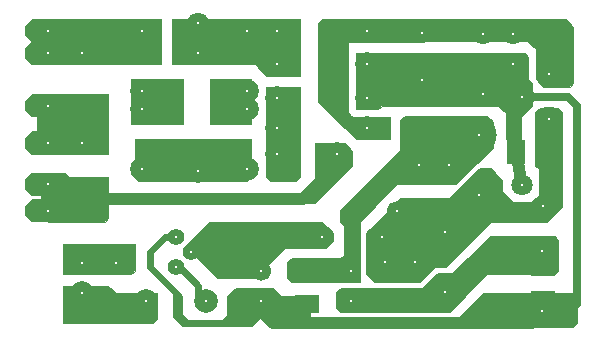
<source format=gbr>
%FSLAX34Y34*%
%MOMM*%
%LNCOPPER_BOTTOM*%
G71*
G01*
%ADD10C, 1.700*%
%ADD11C, 1.800*%
%ADD12C, 2.000*%
%ADD13C, 3.000*%
%ADD14C, 1.400*%
%ADD15C, 2.000*%
%ADD16C, 2.400*%
%ADD17C, 2.000*%
%ADD18C, 1.000*%
%ADD19R, 1.600X2.000*%
%ADD20R, 2.000X1.600*%
%ADD21C, 0.600*%
%ADD22C, 0.700*%
%ADD23C, 0.100*%
%ADD24C, 0.500*%
%ADD25C, 2.800*%
%ADD26C, 0.150*%
%ADD27C, 0.300*%
%LPD*%
G36*
X-209733Y786117D02*
X-209733Y769117D01*
X-192733Y769117D01*
X-192733Y786117D01*
X-209733Y786117D01*
G37*
X-201233Y752217D02*
G54D10*
D03*
X-277433Y752217D02*
G54D10*
D03*
X-277433Y777617D02*
G54D10*
D03*
X-140650Y938850D02*
G54D11*
D03*
X-140650Y978850D02*
G54D11*
D03*
X-225425Y806450D02*
G54D12*
D03*
X-174625Y806450D02*
G54D12*
D03*
X-323850Y752475D02*
G54D12*
D03*
X-374650Y752475D02*
G54D12*
D03*
X-121195Y810170D02*
G54D13*
D03*
X-121195Y759370D02*
G54D13*
D03*
X-171995Y784770D02*
G54D13*
D03*
X-92620Y892720D02*
G54D13*
D03*
X-92620Y841920D02*
G54D13*
D03*
X-143420Y867320D02*
G54D13*
D03*
X-349250Y806450D02*
G54D14*
D03*
X-336550Y793750D02*
G54D14*
D03*
X-349250Y781050D02*
G54D14*
D03*
X-428625Y758825D02*
G54D15*
D03*
X-428625Y784225D02*
G54D15*
D03*
X-428625Y885825D02*
G54D15*
D03*
X-428625Y962025D02*
G54D15*
D03*
X-39222Y743288D02*
G54D16*
D03*
X-39222Y794088D02*
G54D16*
D03*
X-187325Y981075D02*
G54D12*
D03*
X-263525Y981075D02*
G54D12*
D03*
X-263525Y952500D02*
G54D12*
D03*
X-187325Y952500D02*
G54D12*
D03*
X-263525Y923925D02*
G54D12*
D03*
X-187325Y923925D02*
G54D12*
D03*
X-187325Y898525D02*
G54D12*
D03*
X-263525Y898525D02*
G54D12*
D03*
X-330200Y962025D02*
G54D17*
D03*
X-330200Y862025D02*
G54D17*
D03*
X-288925Y981075D02*
G54D12*
D03*
X-288925Y930275D02*
G54D12*
D03*
X-288925Y914400D02*
G54D12*
D03*
X-288925Y863600D02*
G54D12*
D03*
X-377825Y981075D02*
G54D12*
D03*
X-377825Y930275D02*
G54D12*
D03*
X-212725Y876300D02*
G54D12*
D03*
X-263525Y876300D02*
G54D12*
D03*
X-377825Y914400D02*
G54D12*
D03*
X-377825Y863600D02*
G54D12*
D03*
G36*
X-29573Y896077D02*
X-23723Y901927D01*
X-23723Y910227D01*
X-29573Y916077D01*
X-37873Y916077D01*
X-43723Y910227D01*
X-43723Y901927D01*
X-37873Y896077D01*
X-29573Y896077D01*
G37*
G36*
X-29573Y934177D02*
X-23723Y940027D01*
X-23723Y948327D01*
X-29573Y954177D01*
X-37873Y954177D01*
X-43723Y948327D01*
X-43723Y940027D01*
X-37873Y934177D01*
X-29573Y934177D01*
G37*
G36*
X-51798Y915127D02*
X-45948Y920977D01*
X-45948Y929277D01*
X-51798Y935127D01*
X-60098Y935127D01*
X-65948Y929277D01*
X-65948Y920977D01*
X-60098Y915127D01*
X-51798Y915127D01*
G37*
X-88900Y977900D02*
G54D11*
D03*
X-88900Y927100D02*
G54D11*
D03*
X-63500Y977900D02*
G54D11*
D03*
X-63500Y952500D02*
G54D11*
D03*
G36*
X-437200Y966175D02*
X-443050Y972025D01*
X-471350Y972025D01*
X-477200Y966175D01*
X-477200Y957875D01*
X-471350Y952025D01*
X-443050Y952025D01*
X-437200Y957875D01*
X-437200Y966175D01*
G37*
G36*
X-437200Y889975D02*
X-443050Y895825D01*
X-471350Y895825D01*
X-477200Y889975D01*
X-477200Y881675D01*
X-471350Y875825D01*
X-443050Y875825D01*
X-437200Y881675D01*
X-437200Y889975D01*
G37*
G36*
X-437200Y855050D02*
X-443050Y860900D01*
X-471350Y860900D01*
X-477200Y855050D01*
X-477200Y846750D01*
X-471350Y840900D01*
X-443050Y840900D01*
X-437200Y846750D01*
X-437200Y855050D01*
G37*
G36*
X-437200Y832825D02*
X-443050Y838675D01*
X-471350Y838675D01*
X-477200Y832825D01*
X-477200Y824525D01*
X-471350Y818675D01*
X-443050Y818675D01*
X-437200Y824525D01*
X-437200Y832825D01*
G37*
G36*
X-437200Y985225D02*
X-443050Y991075D01*
X-471350Y991075D01*
X-477200Y985225D01*
X-477200Y976925D01*
X-471350Y971075D01*
X-443050Y971075D01*
X-437200Y976925D01*
X-437200Y985225D01*
G37*
G54D18*
X-371475Y981075D02*
X-396875Y981075D01*
X-415925Y962025D01*
X-33625Y878175D02*
G54D19*
D03*
X-61625Y878175D02*
G54D19*
D03*
G54D18*
X-33723Y944177D02*
X-33723Y970348D01*
X-41275Y977900D01*
X-63500Y977900D01*
X-88900Y977900D01*
X-135250Y977900D01*
X-140650Y978850D01*
X-149225Y981075D01*
X-187325Y981075D01*
X-201525Y981075D01*
X-210225Y972375D01*
X-210325Y913475D01*
X-203200Y904875D01*
X-187325Y898525D01*
G54D18*
X-187325Y952500D02*
X-187325Y923925D01*
X-140650Y932500D01*
X-94300Y932500D01*
X-88900Y927100D01*
X-88900Y942900D01*
X-80900Y950900D01*
X-65100Y950900D01*
X-63500Y952500D01*
G54D18*
X-55948Y925127D02*
X-86927Y925127D01*
X-88900Y927100D01*
G54D18*
X-33723Y906077D02*
X-33723Y878273D01*
X-33625Y878175D01*
G54D18*
X-61625Y878175D02*
X-61625Y919451D01*
X-55948Y925127D01*
G54D18*
X-263525Y958850D02*
X-263525Y981075D01*
X-295275Y981075D01*
X-317500Y981075D01*
X-330200Y968375D01*
G54D18*
X-263525Y923925D02*
X-263525Y914400D01*
G54D18*
X-263525Y958850D02*
X-263525Y981075D01*
G54D18*
X-295275Y914400D02*
X-295275Y930275D01*
G54D18*
X-295275Y863600D02*
X-325425Y863600D01*
X-330200Y868375D01*
G54D18*
X-371475Y863600D02*
X-334975Y863600D01*
X-330200Y868375D01*
G54D18*
X-371475Y930275D02*
X-371475Y914400D01*
G54D18*
X-263525Y876300D02*
X-263525Y914400D01*
G54D18*
X-441325Y828675D02*
X-431800Y828675D01*
X-422275Y838200D01*
X-241300Y838200D01*
X-212725Y866775D01*
X-212725Y876300D01*
G54D18*
X-374650Y742950D02*
X-400050Y742950D01*
X-415925Y758825D01*
X-38100Y781050D02*
G54D20*
D03*
X-38100Y753050D02*
G54D20*
D03*
X-238125Y777875D02*
G54D20*
D03*
X-238125Y749875D02*
G54D20*
D03*
G54D21*
X-238125Y749875D02*
X-238125Y733425D01*
G54D21*
X-201233Y777617D02*
X-237867Y777617D01*
X-238125Y777875D01*
G54D21*
X-121195Y759370D02*
X-142330Y759370D01*
X-149225Y752475D01*
X-200975Y752475D01*
X-201233Y752217D01*
G54D21*
X-92620Y841920D02*
X-92620Y838745D01*
X-121195Y810170D01*
G54D21*
X-92620Y892720D02*
X-118020Y892720D01*
X-143420Y867320D01*
X-161380Y867320D01*
X-200025Y828675D01*
X-200025Y778825D01*
X-201233Y777617D01*
G54D21*
X-174625Y806450D02*
X-174625Y787401D01*
X-171995Y784770D01*
G54D21*
X-277433Y777617D02*
X-301367Y777617D01*
X-317500Y793750D01*
X-336550Y793750D01*
G54D21*
X-349250Y781050D02*
X-346075Y781050D01*
X-330200Y765175D01*
X-330200Y758825D01*
X-323850Y752475D01*
G54D21*
X-349250Y806450D02*
X-358775Y806450D01*
X-371475Y793750D01*
X-371475Y781050D01*
X-349250Y758825D01*
X-349250Y739775D01*
X-342900Y733425D01*
X-285750Y733425D01*
X-276225Y742950D01*
G54D18*
X-63500Y952500D02*
X-63500Y946150D01*
X-60325Y942975D01*
X-60325Y929504D01*
X-55948Y925127D01*
X-400050Y784225D02*
G54D10*
D03*
X-161925Y828675D02*
G54D10*
D03*
X-56605Y850355D02*
G54D11*
D03*
X-38645Y832395D02*
G54D11*
D03*
G54D18*
X-33625Y878175D02*
X-33625Y842675D01*
X-34925Y841375D01*
G54D18*
X-61625Y878175D02*
X-56605Y850355D01*
G54D18*
X-34925Y841375D02*
X-34925Y828675D01*
X-38100Y825500D01*
X-76200Y825500D01*
X-92620Y841920D01*
G54D18*
X-39222Y743288D02*
X-39222Y741828D01*
X-47625Y733425D01*
X-266700Y733425D01*
X-276225Y742950D01*
G54D21*
X-39222Y794088D02*
X-86476Y794088D01*
X-121195Y759370D01*
G54D22*
X-55948Y925127D02*
X-17077Y925127D01*
X-9525Y917575D01*
X-9525Y749300D01*
X-15875Y742950D01*
X-38883Y742950D01*
X-39222Y743288D01*
G36*
X-244475Y990600D02*
X-244475Y942975D01*
X-273050Y942975D01*
X-282575Y952500D01*
X-352425Y952500D01*
X-352425Y990600D01*
X-244475Y990600D01*
G37*
G54D23*
X-244475Y990600D02*
X-244475Y942975D01*
X-273050Y942975D01*
X-282575Y952500D01*
X-352425Y952500D01*
X-352425Y990600D01*
X-244475Y990600D01*
G36*
X-285750Y889000D02*
X-285750Y857250D01*
X-288925Y854075D01*
X-381000Y854075D01*
X-384175Y857250D01*
X-384175Y889000D01*
X-285750Y889000D01*
G37*
G54D23*
X-285750Y889000D02*
X-285750Y857250D01*
X-288925Y854075D01*
X-381000Y854075D01*
X-384175Y857250D01*
X-384175Y889000D01*
X-285750Y889000D01*
G36*
X-342900Y939800D02*
X-342900Y901700D01*
X-387350Y901700D01*
X-387350Y939800D01*
X-342900Y939800D01*
G37*
G54D23*
X-342900Y939800D02*
X-342900Y901700D01*
X-387350Y901700D01*
X-387350Y939800D01*
X-342900Y939800D01*
G36*
X-285750Y939800D02*
X-320675Y939800D01*
X-320675Y901700D01*
X-285750Y901700D01*
X-285750Y939800D01*
G37*
G54D23*
X-285750Y939800D02*
X-320675Y939800D01*
X-320675Y901700D01*
X-285750Y901700D01*
X-285750Y939800D01*
G36*
X-361950Y990600D02*
X-361950Y952500D01*
X-466725Y952500D01*
X-466725Y990600D01*
X-361950Y990600D01*
G37*
G54D23*
X-361950Y990600D02*
X-361950Y952500D01*
X-466725Y952500D01*
X-466725Y990600D01*
X-361950Y990600D01*
G36*
X-406400Y876300D02*
X-466725Y876300D01*
X-466725Y927100D01*
X-406400Y927100D01*
X-406400Y876300D01*
G37*
G54D23*
X-406400Y876300D02*
X-466725Y876300D01*
X-466725Y927100D01*
X-406400Y927100D01*
X-406400Y876300D01*
G36*
X-406400Y857250D02*
X-457200Y857250D01*
X-463550Y850900D01*
X-463550Y825500D01*
X-457200Y819150D01*
X-409575Y819150D01*
X-406400Y822325D01*
X-406400Y857250D01*
G37*
G54D23*
X-406400Y857250D02*
X-457200Y857250D01*
X-463550Y850900D01*
X-463550Y825500D01*
X-457200Y819150D01*
X-409575Y819150D01*
X-406400Y822325D01*
X-406400Y857250D01*
G36*
X-53975Y962025D02*
X-196850Y962025D01*
X-196850Y914400D01*
X-177800Y914400D01*
X-174625Y917575D01*
X-76200Y917575D01*
X-69850Y911225D01*
X-69850Y889000D01*
X-57150Y889000D01*
X-57150Y908050D01*
X-47625Y917575D01*
X-47625Y936625D01*
X-50800Y939800D01*
X-50800Y958850D01*
X-53975Y962025D01*
G37*
G54D23*
X-53975Y962025D02*
X-196850Y962025D01*
X-196850Y914400D01*
X-177800Y914400D01*
X-174625Y917575D01*
X-76200Y917575D01*
X-69850Y911225D01*
X-69850Y889000D01*
X-57150Y889000D01*
X-57150Y908050D01*
X-47625Y917575D01*
X-47625Y936625D01*
X-50800Y939800D01*
X-50800Y958850D01*
X-53975Y962025D01*
G36*
X-225425Y990600D02*
X-228600Y987425D01*
X-228600Y920750D01*
X-196850Y889000D01*
X-180975Y889000D01*
X-180975Y904875D01*
X-177800Y908050D01*
X-200025Y908050D01*
X-203200Y911225D01*
X-203200Y971550D01*
X-141600Y971550D01*
X-140650Y972500D01*
X-51750Y972500D01*
X-44450Y965200D01*
X-44450Y939800D01*
X-38100Y933450D01*
X-15875Y933450D01*
X-12700Y936625D01*
X-12700Y984250D01*
X-19050Y990600D01*
X-225425Y990600D01*
G37*
G54D23*
X-225425Y990600D02*
X-228600Y987425D01*
X-228600Y920750D01*
X-196850Y889000D01*
X-180975Y889000D01*
X-180975Y904875D01*
X-177800Y908050D01*
X-200025Y908050D01*
X-203200Y911225D01*
X-203200Y971550D01*
X-141600Y971550D01*
X-140650Y972500D01*
X-51750Y972500D01*
X-44450Y965200D01*
X-44450Y939800D01*
X-38100Y933450D01*
X-15875Y933450D01*
X-12700Y936625D01*
X-12700Y984250D01*
X-19050Y990600D01*
X-225425Y990600D01*
G36*
X-168275Y908050D02*
X-177800Y908050D01*
X-187325Y898525D01*
X-187325Y895350D01*
X-180975Y889000D01*
X-168275Y889000D01*
X-168275Y908050D01*
G37*
G54D23*
X-168275Y908050D02*
X-177800Y908050D01*
X-187325Y898525D01*
X-187325Y895350D01*
X-180975Y889000D01*
X-168275Y889000D01*
X-168275Y908050D01*
G36*
X-244475Y933450D02*
X-273050Y933450D01*
X-273050Y857250D01*
X-269875Y854075D01*
X-247650Y854075D01*
X-244475Y857250D01*
X-244475Y933450D01*
G37*
G54D23*
X-244475Y933450D02*
X-273050Y933450D01*
X-273050Y857250D01*
X-269875Y854075D01*
X-247650Y854075D01*
X-244475Y857250D01*
X-244475Y933450D01*
G36*
X-28575Y758825D02*
X-88900Y758825D01*
X-111125Y736600D01*
X-60325Y736600D01*
X-53975Y730250D01*
X-12700Y730250D01*
X-9525Y733425D01*
X-9525Y920750D01*
X-12700Y923925D01*
X-12700Y758825D01*
X-32325Y758825D01*
X-38100Y753050D01*
X-28575Y758825D01*
G37*
G54D23*
X-28575Y758825D02*
X-88900Y758825D01*
X-111125Y736600D01*
X-60325Y736600D01*
X-53975Y730250D01*
X-12700Y730250D01*
X-9525Y733425D01*
X-9525Y920750D01*
X-12700Y923925D01*
X-12700Y758825D01*
X-32325Y758825D01*
X-38100Y753050D01*
X-28575Y758825D01*
G36*
X-365125Y758825D02*
X-400050Y758825D01*
X-406400Y765175D01*
X-444500Y765175D01*
X-444500Y733425D01*
X-368300Y733425D01*
X-365125Y736600D01*
X-365125Y758825D01*
G37*
G54D23*
X-365125Y758825D02*
X-400050Y758825D01*
X-406400Y765175D01*
X-444500Y765175D01*
X-444500Y733425D01*
X-368300Y733425D01*
X-365125Y736600D01*
X-365125Y758825D01*
G36*
X-384175Y800100D02*
X-384175Y777875D01*
X-387350Y774700D01*
X-444500Y774700D01*
X-444500Y800100D01*
X-384175Y800100D01*
G37*
G54D23*
X-384175Y800100D02*
X-384175Y777875D01*
X-387350Y774700D01*
X-444500Y774700D01*
X-444500Y800100D01*
X-384175Y800100D01*
G36*
X-225425Y819150D02*
X-320675Y819150D01*
X-339725Y800100D01*
X-339725Y796925D01*
X-336550Y793750D01*
X-314325Y771525D01*
X-282575Y771525D01*
X-257175Y796925D01*
X-222250Y796925D01*
X-215900Y803275D01*
X-215900Y809625D01*
X-225425Y819150D01*
G37*
G54D23*
X-225425Y819150D02*
X-320675Y819150D01*
X-339725Y800100D01*
X-339725Y796925D01*
X-336550Y793750D01*
X-314325Y771525D01*
X-282575Y771525D01*
X-257175Y796925D01*
X-222250Y796925D01*
X-215900Y803275D01*
X-215900Y809625D01*
X-225425Y819150D01*
G36*
X-200025Y879475D02*
X-200025Y866775D01*
X-231775Y835025D01*
X-250825Y835025D01*
X-247650Y835025D01*
X-231775Y850900D01*
X-231775Y885825D01*
X-206375Y885825D01*
X-200025Y879475D01*
G37*
G54D23*
X-200025Y879475D02*
X-200025Y866775D01*
X-231775Y835025D01*
X-250825Y835025D01*
X-247650Y835025D01*
X-231775Y850900D01*
X-231775Y885825D01*
X-206375Y885825D01*
X-200025Y879475D01*
G54D24*
X-277433Y752217D02*
X-277433Y748092D01*
X-292100Y733425D01*
X-339725Y733425D01*
X-346075Y739775D01*
X-346075Y755650D01*
X-371475Y781050D01*
G36*
X-437200Y921725D02*
X-443050Y927575D01*
X-471350Y927575D01*
X-477200Y921725D01*
X-477200Y913425D01*
X-471350Y907575D01*
X-443050Y907575D01*
X-437200Y913425D01*
X-437200Y921725D01*
G37*
X-330200Y987425D02*
G54D11*
D03*
X-330200Y962025D02*
G54D11*
D03*
X-92620Y892720D02*
G54D25*
D03*
X-92620Y841920D02*
G54D25*
D03*
X-118020Y867320D02*
G54D25*
D03*
X-121195Y810170D02*
G54D25*
D03*
X-121195Y759370D02*
G54D25*
D03*
X-146595Y784770D02*
G54D25*
D03*
G54D26*
X-121195Y810170D02*
X-138361Y810170D01*
X-146447Y802084D01*
X-146447Y784918D01*
X-146595Y784770D01*
G36*
X-85725Y908050D02*
X-130175Y908050D01*
X-209550Y828675D01*
X-209550Y819150D01*
X-206375Y815975D01*
X-206375Y790575D01*
X-209550Y787400D01*
X-250825Y787400D01*
X-254000Y784225D01*
X-254000Y771525D01*
X-250825Y768350D01*
X-193675Y768350D01*
X-193675Y819150D01*
X-161925Y850900D01*
X-112239Y850900D01*
X-81120Y882020D01*
X-81120Y903444D01*
X-85725Y908050D01*
G37*
G54D26*
X-85725Y908050D02*
X-130175Y908050D01*
X-209550Y828675D01*
X-209550Y819150D01*
X-206375Y815975D01*
X-206375Y790575D01*
X-209550Y787400D01*
X-250825Y787400D01*
X-254000Y784225D01*
X-254000Y771525D01*
X-250825Y768350D01*
X-193675Y768350D01*
X-193675Y819150D01*
X-161925Y850900D01*
X-112239Y850900D01*
X-81120Y882020D01*
X-81120Y903444D01*
X-85725Y908050D01*
G36*
X-25400Y914400D02*
X-22225Y911225D01*
X-22225Y831850D01*
X-34925Y819150D01*
X-82550Y819150D01*
X-120650Y781050D01*
X-130175Y781050D01*
X-142875Y768350D01*
X-180975Y768350D01*
X-187325Y774700D01*
X-187325Y809625D01*
X-180975Y815975D01*
X-139700Y815975D01*
X-92075Y863600D01*
X-82550Y863600D01*
X-73025Y854075D01*
X-73025Y844550D01*
X-63500Y835025D01*
X-47625Y835025D01*
X-41275Y841375D01*
X-41275Y863600D01*
X-44450Y866775D01*
X-44450Y911225D01*
X-41275Y914400D01*
X-25400Y914400D01*
G37*
G54D26*
X-25400Y914400D02*
X-22225Y911225D01*
X-22225Y831850D01*
X-34925Y819150D01*
X-82550Y819150D01*
X-120650Y781050D01*
X-130175Y781050D01*
X-142875Y768350D01*
X-180975Y768350D01*
X-187325Y774700D01*
X-187325Y809625D01*
X-180975Y815975D01*
X-139700Y815975D01*
X-92075Y863600D01*
X-82550Y863600D01*
X-73025Y854075D01*
X-73025Y844550D01*
X-63500Y835025D01*
X-47625Y835025D01*
X-41275Y841375D01*
X-41275Y863600D01*
X-44450Y866775D01*
X-44450Y911225D01*
X-41275Y914400D01*
X-25400Y914400D01*
G36*
X-25400Y803275D02*
X-28575Y806450D01*
X-82550Y806450D01*
X-114300Y774700D01*
X-127000Y774700D01*
X-139700Y762000D01*
X-209550Y762000D01*
X-212725Y758825D01*
X-212725Y746125D01*
X-209550Y742950D01*
X-117475Y742950D01*
X-85725Y774700D01*
X-28575Y774700D01*
X-25400Y777875D01*
X-25400Y803275D01*
G37*
G54D26*
X-25400Y803275D02*
X-28575Y806450D01*
X-82550Y806450D01*
X-114300Y774700D01*
X-127000Y774700D01*
X-139700Y762000D01*
X-209550Y762000D01*
X-212725Y758825D01*
X-212725Y746125D01*
X-209550Y742950D01*
X-117475Y742950D01*
X-85725Y774700D01*
X-28575Y774700D01*
X-25400Y777875D01*
X-25400Y803275D01*
G36*
X-130175Y908050D02*
X-155575Y908050D01*
X-158750Y904875D01*
X-158750Y869950D01*
X-161380Y867320D01*
X-118019Y867320D01*
X-92620Y892720D01*
X-91844Y892720D01*
X-81120Y903444D01*
X-130175Y908050D01*
G37*
G54D26*
X-130175Y908050D02*
X-155575Y908050D01*
X-158750Y904875D01*
X-158750Y869950D01*
X-161380Y867320D01*
X-118019Y867320D01*
X-92620Y892720D01*
X-91844Y892720D01*
X-81120Y903444D01*
X-130175Y908050D01*
G36*
X-247650Y755650D02*
X-260350Y755650D01*
X-266700Y762000D01*
X-298450Y762000D01*
X-304800Y755650D01*
X-304800Y739775D01*
X-311150Y733425D01*
X-285750Y733425D01*
X-276225Y742950D01*
X-269875Y742950D01*
X-260350Y733425D01*
X-238125Y733425D01*
X-238125Y749875D01*
X-241875Y749875D01*
X-247650Y755650D01*
G37*
G54D26*
X-247650Y755650D02*
X-260350Y755650D01*
X-266700Y762000D01*
X-298450Y762000D01*
X-304800Y755650D01*
X-304800Y739775D01*
X-311150Y733425D01*
X-285750Y733425D01*
X-276225Y742950D01*
X-269875Y742950D01*
X-260350Y733425D01*
X-238125Y733425D01*
X-238125Y749875D01*
X-241875Y749875D01*
X-247650Y755650D01*
G36*
X-158750Y838200D02*
X-180975Y815975D01*
X-180975Y812800D01*
X-174625Y806450D01*
X-127000Y806450D01*
X-107950Y825500D01*
X-107950Y835025D01*
X-111125Y838200D01*
X-158750Y838200D01*
G37*
G54D26*
X-158750Y838200D02*
X-180975Y815975D01*
X-180975Y812800D01*
X-174625Y806450D01*
X-127000Y806450D01*
X-107950Y825500D01*
X-107950Y835025D01*
X-111125Y838200D01*
X-158750Y838200D01*
%LNAUGENFREISTANZEN*%
%LPC*%
X-201233Y777617D02*
G54D27*
D03*
X-201233Y752217D02*
G54D27*
D03*
X-277433Y752217D02*
G54D27*
D03*
X-277433Y777617D02*
G54D27*
D03*
X-140650Y938850D02*
G54D27*
D03*
X-140650Y978850D02*
G54D27*
D03*
X-225425Y806450D02*
G54D27*
D03*
X-174625Y806450D02*
G54D27*
D03*
X-323850Y752475D02*
G54D27*
D03*
X-374650Y752475D02*
G54D27*
D03*
X-121195Y810170D02*
G54D27*
D03*
X-121195Y759370D02*
G54D27*
D03*
X-171995Y784770D02*
G54D27*
D03*
X-92620Y892720D02*
G54D27*
D03*
X-92620Y841920D02*
G54D27*
D03*
X-143420Y867320D02*
G54D27*
D03*
X-349250Y806450D02*
G54D27*
D03*
X-336550Y793750D02*
G54D27*
D03*
X-349250Y781050D02*
G54D27*
D03*
X-428625Y758825D02*
G54D27*
D03*
X-428625Y784225D02*
G54D27*
D03*
X-428625Y885825D02*
G54D27*
D03*
X-428625Y962025D02*
G54D27*
D03*
X-39222Y743288D02*
G54D27*
D03*
X-39222Y794088D02*
G54D27*
D03*
X-187325Y981075D02*
G54D27*
D03*
X-263525Y981075D02*
G54D27*
D03*
X-263525Y952500D02*
G54D27*
D03*
X-187325Y952500D02*
G54D27*
D03*
X-263525Y923925D02*
G54D27*
D03*
X-187325Y923925D02*
G54D27*
D03*
X-187325Y898525D02*
G54D27*
D03*
X-263525Y898525D02*
G54D27*
D03*
X-330200Y962025D02*
G54D27*
D03*
X-330200Y862025D02*
G54D27*
D03*
X-288925Y981075D02*
G54D27*
D03*
X-288925Y930275D02*
G54D27*
D03*
X-288925Y914400D02*
G54D27*
D03*
X-288925Y863600D02*
G54D27*
D03*
X-377825Y981075D02*
G54D27*
D03*
X-377825Y930275D02*
G54D27*
D03*
X-212725Y876300D02*
G54D27*
D03*
X-263525Y876300D02*
G54D27*
D03*
X-377825Y914400D02*
G54D27*
D03*
X-377825Y863600D02*
G54D27*
D03*
X-33723Y906077D02*
G54D27*
D03*
X-33723Y944177D02*
G54D27*
D03*
X-55948Y925127D02*
G54D27*
D03*
X-88900Y977900D02*
G54D27*
D03*
X-88900Y927100D02*
G54D27*
D03*
X-63500Y977900D02*
G54D27*
D03*
X-63500Y952500D02*
G54D27*
D03*
X-457200Y962025D02*
G54D27*
D03*
X-457200Y885825D02*
G54D27*
D03*
X-457200Y850900D02*
G54D27*
D03*
X-457200Y828675D02*
G54D27*
D03*
X-457200Y981075D02*
G54D27*
D03*
X-400050Y784225D02*
G54D27*
D03*
X-161925Y828675D02*
G54D27*
D03*
X-56605Y850355D02*
G54D27*
D03*
X-38645Y832395D02*
G54D27*
D03*
X-457200Y917575D02*
G54D27*
D03*
X-330200Y987425D02*
G54D27*
D03*
X-330200Y962025D02*
G54D27*
D03*
X-92620Y892720D02*
G54D27*
D03*
X-92620Y841920D02*
G54D27*
D03*
X-118020Y867320D02*
G54D27*
D03*
X-121195Y810170D02*
G54D27*
D03*
X-121195Y759370D02*
G54D27*
D03*
X-146595Y784770D02*
G54D27*
D03*
M02*

</source>
